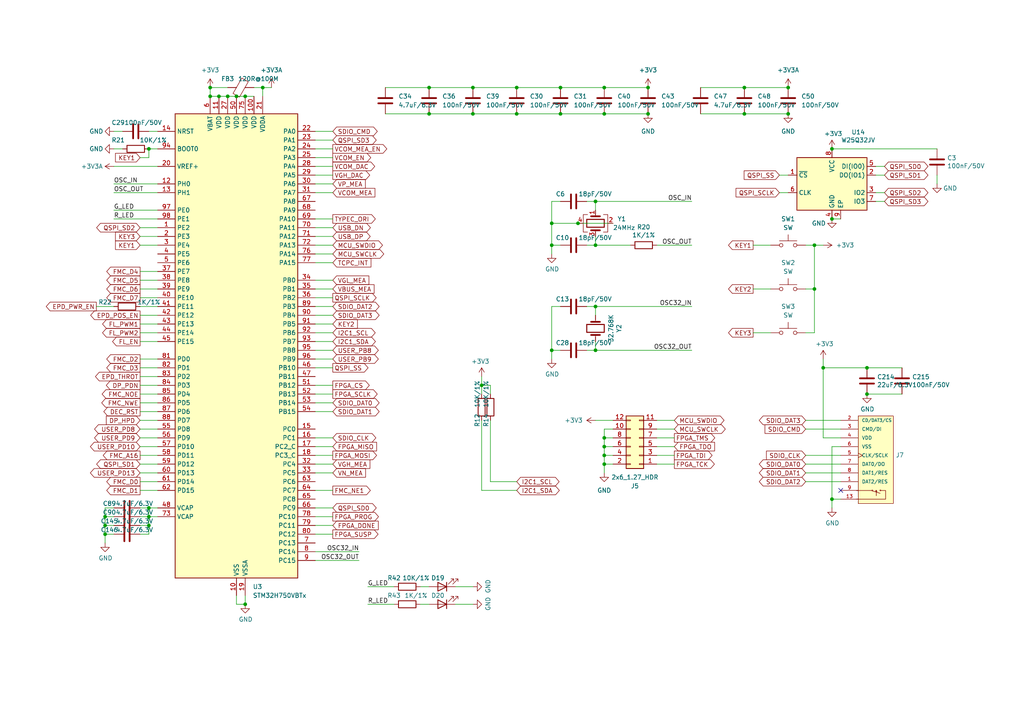
<source format=kicad_sch>
(kicad_sch (version 20231120) (generator "eeschema") (generator_version "8.0")
  (paper "A4")
  (title_block (title "Glider") (date "2025-06-26") (rev "R1.1") (company "Copyright 2025 Modos Tech Inc"))
  (junction (at 124.46 25.4))
  (junction (at 68.58 27.94))
  (junction (at 63.5 27.94))
  (junction (at 175.26 129.54))
  (junction (at 241.3 63.5))
  (junction (at 251.46 114.3) (diameter 0.9144))
  (junction (at 175.26 134.62))
  (junction (at 167.64 64.77) (diameter 0.9144))
  (junction (at 215.9 25.4))
  (junction (at 238.76 106.68) (diameter 0.9144))
  (junction (at 71.12 175.26))
  (junction (at 215.9 33.02))
  (junction (at 139.7 111.76))
  (junction (at 160.02 64.77) (diameter 0.9144))
  (junction (at 162.56 33.02))
  (junction (at 241.3 144.78) (diameter 0.9144))
  (junction (at 124.46 33.02))
  (junction (at 187.96 25.4))
  (junction (at 175.26 132.08))
  (junction (at 172.72 88.9))
  (junction (at 160.02 71.12) (diameter 0.9144))
  (junction (at 175.26 127))
  (junction (at 71.12 27.94))
  (junction (at 172.72 101.6))
  (junction (at 76.2 25.4))
  (junction (at 43.18 147.32))
  (junction (at 30.48 149.86))
  (junction (at 172.72 71.12) (diameter 0.9144))
  (junction (at 149.86 33.02))
  (junction (at 187.96 33.02))
  (junction (at 30.48 154.94))
  (junction (at 149.86 25.4))
  (junction (at 236.22 83.82))
  (junction (at 60.96 25.4))
  (junction (at 43.18 43.18))
  (junction (at 137.16 25.4))
  (junction (at 175.26 25.4))
  (junction (at 30.48 152.4))
  (junction (at 43.18 152.4))
  (junction (at 251.46 106.68) (diameter 0.9144))
  (junction (at 160.02 101.6) (diameter 0.9144))
  (junction (at 175.26 33.02))
  (junction (at 60.96 27.94))
  (junction (at 228.6 33.02))
  (junction (at 43.18 149.86))
  (junction (at 172.72 58.42) (diameter 0.9144))
  (junction (at 66.04 27.94))
  (junction (at 137.16 33.02))
  (junction (at 162.56 25.4))
  (junction (at 236.22 71.12))
  (junction (at 241.3 43.18))
  (junction (at 228.6 25.4))
  (no_connect (at 243.84 142.24))
  (wire (pts (xy 91.44 149.86) (xy 96.52 149.86)))
  (wire (pts (xy 30.48 152.4) (xy 30.48 154.94)))
  (wire (pts (xy 91.44 43.18) (xy 96.52 43.18)))
  (wire (pts (xy 160.02 101.6) (xy 162.56 101.6)))
  (wire (pts (xy 106.68 175.26) (xy 114.3 175.26)))
  (wire (pts (xy 27.94 88.9) (xy 33.02 88.9)))
  (wire (pts (xy 215.9 33.02) (xy 228.6 33.02)))
  (wire (pts (xy 43.18 149.86) (xy 45.72 149.86)))
  (wire (pts (xy 66.04 27.94) (xy 68.58 27.94)))
  (wire (pts (xy 190.5 124.46) (xy 195.58 124.46)))
  (wire (pts (xy 254 58.42) (xy 256.54 58.42)))
  (wire (pts (xy 60.96 25.4) (xy 66.04 25.4)))
  (wire (pts (xy 40.64 127) (xy 45.72 127)))
  (wire (pts (xy 91.44 106.68) (xy 96.52 106.68)))
  (wire (pts (xy 45.72 96.52) (xy 40.64 96.52)))
  (wire (pts (xy 96.52 81.28) (xy 91.44 81.28)))
  (wire (pts (xy 40.64 154.94) (xy 43.18 154.94)))
  (wire (pts (xy 238.76 127) (xy 238.76 106.68)))
  (wire (pts (xy 111.76 25.4) (xy 124.46 25.4)))
  (wire (pts (xy 45.72 93.98) (xy 40.64 93.98)))
  (wire (pts (xy 238.76 106.68) (xy 251.46 106.68)))
  (wire (pts (xy 91.44 76.2) (xy 96.52 76.2)))
  (wire (pts (xy 96.52 137.16) (xy 91.44 137.16)))
  (wire (pts (xy 172.72 68.58) (xy 172.72 71.12)))
  (wire (pts (xy 106.68 170.18) (xy 114.3 170.18)))
  (wire (pts (xy 40.64 106.68) (xy 45.72 106.68)))
  (wire (pts (xy 40.64 91.44) (xy 45.72 91.44)))
  (wire (pts (xy 177.8 124.46) (xy 175.26 124.46)))
  (wire (pts (xy 71.12 27.94) (xy 73.66 27.94)))
  (wire (pts (xy 33.02 53.34) (xy 45.72 53.34)))
  (wire (pts (xy 91.44 88.9) (xy 96.52 88.9)))
  (wire (pts (xy 233.68 96.52) (xy 236.22 96.52)))
  (wire (pts (xy 137.16 33.02) (xy 149.86 33.02)))
  (wire (pts (xy 91.44 129.54) (xy 96.52 129.54)))
  (wire (pts (xy 233.68 132.08) (xy 243.84 132.08)))
  (wire (pts (xy 172.72 58.42) (xy 200.66 58.42)))
  (wire (pts (xy 43.18 149.86) (xy 43.18 147.32)))
  (wire (pts (xy 190.5 121.92) (xy 195.58 121.92)))
  (wire (pts (xy 233.68 83.82) (xy 236.22 83.82)))
  (wire (pts (xy 139.7 109.22) (xy 139.7 111.76)))
  (wire (pts (xy 91.44 45.72) (xy 96.52 45.72)))
  (wire (pts (xy 160.02 88.9) (xy 160.02 101.6)))
  (wire (pts (xy 160.02 71.12) (xy 160.02 73.66)))
  (wire (pts (xy 91.44 147.32) (xy 96.52 147.32)))
  (wire (pts (xy 175.26 127) (xy 177.8 127)))
  (wire (pts (xy 203.2 33.02) (xy 215.9 33.02)))
  (wire (pts (xy 162.56 88.9) (xy 160.02 88.9)))
  (wire (pts (xy 40.64 152.4) (xy 43.18 152.4)))
  (wire (pts (xy 172.72 88.9) (xy 200.66 88.9)))
  (wire (pts (xy 33.02 38.1) (xy 35.56 38.1)))
  (wire (pts (xy 40.64 88.9) (xy 45.72 88.9)))
  (wire (pts (xy 124.46 33.02) (xy 137.16 33.02)))
  (wire (pts (xy 91.44 66.04) (xy 96.52 66.04)))
  (wire (pts (xy 30.48 149.86) (xy 30.48 152.4)))
  (wire (pts (xy 111.76 33.02) (xy 124.46 33.02)))
  (wire (pts (xy 132.08 175.26) (xy 137.16 175.26)))
  (wire (pts (xy 91.44 73.66) (xy 96.52 73.66)))
  (wire (pts (xy 91.44 132.08) (xy 96.52 132.08)))
  (wire (pts (xy 233.68 121.92) (xy 243.84 121.92)))
  (wire (pts (xy 60.96 27.94) (xy 63.5 27.94)))
  (wire (pts (xy 91.44 104.14) (xy 96.52 104.14)))
  (wire (pts (xy 43.18 152.4) (xy 43.18 149.86)))
  (wire (pts (xy 160.02 71.12) (xy 162.56 71.12)))
  (wire (pts (xy 91.44 48.26) (xy 96.52 48.26)))
  (wire (pts (xy 91.44 154.94) (xy 96.52 154.94)))
  (wire (pts (xy 40.64 86.36) (xy 45.72 86.36)))
  (wire (pts (xy 40.64 129.54) (xy 45.72 129.54)))
  (wire (pts (xy 195.58 134.62) (xy 190.5 134.62)))
  (wire (pts (xy 40.64 114.3) (xy 45.72 114.3)))
  (wire (pts (xy 218.44 71.12) (xy 223.52 71.12)))
  (wire (pts (xy 91.44 127) (xy 96.52 127)))
  (wire (pts (xy 233.68 139.7) (xy 243.84 139.7)))
  (wire (pts (xy 241.3 144.78) (xy 241.3 147.32)))
  (wire (pts (xy 91.44 63.5) (xy 96.52 63.5)))
  (wire (pts (xy 40.64 132.08) (xy 45.72 132.08)))
  (wire (pts (xy 43.18 43.18) (xy 45.72 43.18)))
  (wire (pts (xy 43.18 45.72) (xy 43.18 43.18)))
  (wire (pts (xy 218.44 83.82) (xy 223.52 83.82)))
  (wire (pts (xy 40.64 149.86) (xy 43.18 149.86)))
  (wire (pts (xy 215.9 25.4) (xy 228.6 25.4)))
  (wire (pts (xy 33.02 60.96) (xy 45.72 60.96)))
  (wire (pts (xy 162.56 58.42) (xy 160.02 58.42)))
  (wire (pts (xy 243.84 144.78) (xy 241.3 144.78)))
  (wire (pts (xy 236.22 71.12) (xy 238.76 71.12)))
  (wire (pts (xy 241.3 63.5) (xy 243.84 63.5)))
  (wire (pts (xy 91.44 68.58) (xy 96.52 68.58)))
  (wire (pts (xy 190.5 71.12) (xy 200.66 71.12)))
  (wire (pts (xy 271.78 50.8) (xy 271.78 53.34)))
  (wire (pts (xy 40.64 124.46) (xy 45.72 124.46)))
  (wire (pts (xy 91.44 99.06) (xy 96.52 99.06)))
  (wire (pts (xy 233.68 134.62) (xy 243.84 134.62)))
  (wire (pts (xy 96.52 83.82) (xy 91.44 83.82)))
  (wire (pts (xy 149.86 25.4) (xy 162.56 25.4)))
  (wire (pts (xy 60.96 25.4) (xy 60.96 27.94)))
  (wire (pts (xy 175.26 25.4) (xy 187.96 25.4)))
  (wire (pts (xy 43.18 154.94) (xy 43.18 152.4)))
  (wire (pts (xy 132.08 170.18) (xy 137.16 170.18)))
  (wire (pts (xy 91.44 162.56) (xy 104.14 162.56)))
  (wire (pts (xy 172.72 99.06) (xy 172.72 101.6)))
  (wire (pts (xy 172.72 88.9) (xy 172.72 91.44)))
  (wire (pts (xy 175.26 134.62) (xy 175.26 137.16)))
  (wire (pts (xy 30.48 147.32) (xy 30.48 149.86)))
  (wire (pts (xy 142.24 121.92) (xy 142.24 139.7)))
  (wire (pts (xy 40.64 104.14) (xy 45.72 104.14)))
  (wire (pts (xy 236.22 71.12) (xy 236.22 83.82)))
  (wire (pts (xy 121.92 175.26) (xy 124.46 175.26)))
  (wire (pts (xy 238.76 127) (xy 243.84 127)))
  (wire (pts (xy 233.68 124.46) (xy 243.84 124.46)))
  (wire (pts (xy 40.64 147.32) (xy 43.18 147.32)))
  (wire (pts (xy 91.44 86.36) (xy 96.52 86.36)))
  (wire (pts (xy 241.3 43.18) (xy 271.78 43.18)))
  (wire (pts (xy 139.7 111.76) (xy 142.24 111.76)))
  (wire (pts (xy 96.52 53.34) (xy 91.44 53.34)))
  (wire (pts (xy 45.72 99.06) (xy 40.64 99.06)))
  (wire (pts (xy 195.58 129.54) (xy 190.5 129.54)))
  (wire (pts (xy 195.58 127) (xy 190.5 127)))
  (wire (pts (xy 96.52 55.88) (xy 91.44 55.88)))
  (wire (pts (xy 40.64 137.16) (xy 45.72 137.16)))
  (wire (pts (xy 172.72 60.96) (xy 172.72 58.42)))
  (wire (pts (xy 91.44 119.38) (xy 96.52 119.38)))
  (wire (pts (xy 160.02 64.77) (xy 160.02 71.12)))
  (wire (pts (xy 177.8 64.77) (xy 167.64 64.77)))
  (wire (pts (xy 172.72 71.12) (xy 170.18 71.12)))
  (wire (pts (xy 91.44 114.3) (xy 96.52 114.3)))
  (wire (pts (xy 96.52 142.24) (xy 91.44 142.24)))
  (wire (pts (xy 160.02 64.77) (xy 167.64 64.77)))
  (wire (pts (xy 40.64 66.04) (xy 45.72 66.04)))
  (wire (pts (xy 182.88 71.12) (xy 172.72 71.12)))
  (wire (pts (xy 40.64 71.12) (xy 45.72 71.12)))
  (wire (pts (xy 91.44 96.52) (xy 96.52 96.52)))
  (wire (pts (xy 40.64 134.62) (xy 45.72 134.62)))
  (wire (pts (xy 73.66 25.4) (xy 76.2 25.4)))
  (wire (pts (xy 91.44 50.8) (xy 96.52 50.8)))
  (wire (pts (xy 226.06 55.88) (xy 228.6 55.88)))
  (wire (pts (xy 40.64 83.82) (xy 45.72 83.82)))
  (wire (pts (xy 33.02 147.32) (xy 30.48 147.32)))
  (wire (pts (xy 254 55.88) (xy 256.54 55.88)))
  (wire (pts (xy 45.72 119.38) (xy 40.64 119.38)))
  (wire (pts (xy 45.72 121.92) (xy 40.64 121.92)))
  (wire (pts (xy 40.64 78.74) (xy 45.72 78.74)))
  (wire (pts (xy 40.64 142.24) (xy 45.72 142.24)))
  (wire (pts (xy 68.58 172.72) (xy 68.58 175.26)))
  (wire (pts (xy 63.5 27.94) (xy 66.04 27.94)))
  (wire (pts (xy 218.44 96.52) (xy 223.52 96.52)))
  (wire (pts (xy 172.72 101.6) (xy 200.66 101.6)))
  (wire (pts (xy 91.44 40.64) (xy 96.52 40.64)))
  (wire (pts (xy 40.64 139.7) (xy 45.72 139.7)))
  (wire (pts (xy 91.44 71.12) (xy 96.52 71.12)))
  (wire (pts (xy 142.24 111.76) (xy 142.24 114.3)))
  (wire (pts (xy 243.84 129.54) (xy 241.3 129.54)))
  (wire (pts (xy 33.02 63.5) (xy 45.72 63.5)))
  (wire (pts (xy 149.86 33.02) (xy 162.56 33.02)))
  (wire (pts (xy 160.02 101.6) (xy 160.02 104.14)))
  (wire (pts (xy 71.12 172.72) (xy 71.12 175.26)))
  (wire (pts (xy 142.24 139.7) (xy 149.86 139.7)))
  (wire (pts (xy 40.64 81.28) (xy 45.72 81.28)))
  (wire (pts (xy 254 48.26) (xy 256.54 48.26)))
  (wire (pts (xy 261.62 106.68) (xy 251.46 106.68)))
  (wire (pts (xy 45.72 111.76) (xy 40.64 111.76)))
  (wire (pts (xy 121.92 170.18) (xy 124.46 170.18)))
  (wire (pts (xy 43.18 147.32) (xy 45.72 147.32)))
  (wire (pts (xy 76.2 25.4) (xy 78.74 25.4)))
  (wire (pts (xy 40.64 116.84) (xy 45.72 116.84)))
  (wire (pts (xy 40.64 109.22) (xy 45.72 109.22)))
  (wire (pts (xy 241.3 129.54) (xy 241.3 144.78)))
  (wire (pts (xy 33.02 55.88) (xy 45.72 55.88)))
  (wire (pts (xy 91.44 101.6) (xy 96.52 101.6)))
  (wire (pts (xy 30.48 154.94) (xy 30.48 157.48)))
  (wire (pts (xy 96.52 134.62) (xy 91.44 134.62)))
  (wire (pts (xy 203.2 25.4) (xy 215.9 25.4)))
  (wire (pts (xy 238.76 104.14) (xy 238.76 106.68)))
  (wire (pts (xy 233.68 71.12) (xy 236.22 71.12)))
  (wire (pts (xy 40.64 45.72) (xy 43.18 45.72)))
  (wire (pts (xy 175.26 132.08) (xy 177.8 132.08)))
  (wire (pts (xy 30.48 149.86) (xy 33.02 149.86)))
  (wire (pts (xy 170.18 88.9) (xy 172.72 88.9)))
  (wire (pts (xy 175.26 124.46) (xy 175.26 127)))
  (wire (pts (xy 91.44 91.44) (xy 96.52 91.44)))
  (wire (pts (xy 33.02 43.18) (xy 35.56 43.18)))
  (wire (pts (xy 175.26 127) (xy 175.26 129.54)))
  (wire (pts (xy 139.7 142.24) (xy 149.86 142.24)))
  (wire (pts (xy 236.22 83.82) (xy 236.22 96.52)))
  (wire (pts (xy 68.58 175.26) (xy 71.12 175.26)))
  (wire (pts (xy 160.02 58.42) (xy 160.02 64.77)))
  (wire (pts (xy 254 50.8) (xy 256.54 50.8)))
  (wire (pts (xy 170.18 101.6) (xy 172.72 101.6)))
  (wire (pts (xy 30.48 154.94) (xy 33.02 154.94)))
  (wire (pts (xy 175.26 33.02) (xy 187.96 33.02)))
  (wire (pts (xy 40.64 68.58) (xy 45.72 68.58)))
  (wire (pts (xy 91.44 116.84) (xy 96.52 116.84)))
  (wire (pts (xy 76.2 25.4) (xy 76.2 27.94)))
  (wire (pts (xy 91.44 152.4) (xy 96.52 152.4)))
  (wire (pts (xy 175.26 129.54) (xy 175.26 132.08)))
  (wire (pts (xy 162.56 25.4) (xy 175.26 25.4)))
  (wire (pts (xy 91.44 111.76) (xy 96.52 111.76)))
  (wire (pts (xy 195.58 132.08) (xy 190.5 132.08)))
  (wire (pts (xy 91.44 38.1) (xy 96.52 38.1)))
  (wire (pts (xy 91.44 160.02) (xy 104.14 160.02)))
  (wire (pts (xy 139.7 121.92) (xy 139.7 142.24)))
  (wire (pts (xy 175.26 132.08) (xy 175.26 134.62)))
  (wire (pts (xy 170.18 58.42) (xy 172.72 58.42)))
  (wire (pts (xy 226.06 50.8) (xy 228.6 50.8)))
  (wire (pts (xy 91.44 93.98) (xy 96.52 93.98)))
  (wire (pts (xy 175.26 129.54) (xy 177.8 129.54)))
  (wire (pts (xy 68.58 27.94) (xy 71.12 27.94)))
  (wire (pts (xy 33.02 48.26) (xy 45.72 48.26)))
  (wire (pts (xy 261.62 114.3) (xy 251.46 114.3)))
  (wire (pts (xy 124.46 25.4) (xy 137.16 25.4)))
  (wire (pts (xy 43.18 38.1) (xy 45.72 38.1)))
  (wire (pts (xy 139.7 111.76) (xy 139.7 114.3)))
  (wire (pts (xy 30.48 152.4) (xy 33.02 152.4)))
  (wire (pts (xy 233.68 137.16) (xy 243.84 137.16)))
  (wire (pts (xy 175.26 134.62) (xy 177.8 134.62)))
  (wire (pts (xy 172.72 121.92) (xy 177.8 121.92)))
  (wire (pts (xy 162.56 33.02) (xy 175.26 33.02)))
  (wire (pts (xy 137.16 25.4) (xy 149.86 25.4)))
  (label "G_LED" (at 33.02 60.96 0))
  (label "G_LED" (at 106.68 170.18 0))
  (label "OSC_IN" (at 33.02 53.34 0))
  (label "OSC_IN" (at 200.66 58.42 180))
  (label "OSC_OUT" (at 200.66 71.12 180))
  (label "OSC32_OUT" (at 104.14 162.56 180))
  (label "OSC32_IN" (at 200.66 88.9 180))
  (label "OSC32_IN" (at 104.14 160.02 180))
  (label "OSC32_OUT" (at 200.66 101.6 180))
  (label "R_LED" (at 33.02 63.5 0))
  (label "R_LED" (at 106.68 175.26 0))
  (label "OSC_OUT" (at 33.02 55.88 0))
  (global_label "USER_PD8" (shape bidirectional) (at 40.64 124.46 180) (property "Intersheetrefs" "${INTERSHEET_REFS}" (effects (hide yes))))
  (global_label "SDIO_DAT0" (shape bidirectional) (at 96.52 116.84 0) (property "Intersheetrefs" "${INTERSHEET_REFS}" (effects (hide yes))))
  (global_label "QSPI_SD0" (shape bidirectional) (at 96.52 147.32 0) (property "Intersheetrefs" "${INTERSHEET_REFS}" (effects (hide yes))))
  (global_label "DP_PDN" (shape output) (at 40.64 111.76 180) (property "Intersheetrefs" "${INTERSHEET_REFS}" (effects (hide yes))))
  (global_label "QSPI_SD2" (shape bidirectional) (at 40.64 66.04 180) (property "Intersheetrefs" "${INTERSHEET_REFS}" (effects (hide yes))))
  (global_label "SDIO_CLK" (shape bidirectional) (at 96.52 127 0) (property "Intersheetrefs" "${INTERSHEET_REFS}" (effects (hide yes))))
  (global_label "USB_DN" (shape bidirectional) (at 96.52 66.04 0) (property "Intersheetrefs" "${INTERSHEET_REFS}" (effects (hide yes))))
  (global_label "SDIO_DAT1" (shape bidirectional) (at 233.68 137.16 180) (property "Intersheetrefs" "${INTERSHEET_REFS}" (effects (hide yes))))
  (global_label "FMC_NWE" (shape output) (at 40.64 116.84 180) (property "Intersheetrefs" "${INTERSHEET_REFS}" (effects (hide yes))))
  (global_label "QSPI_SD3" (shape bidirectional) (at 96.52 40.64 0) (property "Intersheetrefs" "${INTERSHEET_REFS}" (effects (hide yes))))
  (global_label "I2C1_SCL" (shape bidirectional) (at 96.52 96.52 0) (property "Intersheetrefs" "${INTERSHEET_REFS}" (effects (hide yes))))
  (global_label "FL_EN" (shape output) (at 40.64 99.06 180) (property "Intersheetrefs" "${INTERSHEET_REFS}" (effects (hide yes))))
  (global_label "FPGA_SUSP" (shape output) (at 96.52 154.94 0) (property "Intersheetrefs" "${INTERSHEET_REFS}" (effects (hide yes))))
  (global_label "FPGA_SCLK" (shape output) (at 96.52 114.3 0) (property "Intersheetrefs" "${INTERSHEET_REFS}" (effects (hide yes))))
  (global_label "MCU_SWDIO" (shape bidirectional) (at 195.58 121.92 0) (property "Intersheetrefs" "${INTERSHEET_REFS}" (effects (hide yes))))
  (global_label "FPGA_MISO" (shape input) (at 96.52 129.54 0) (property "Intersheetrefs" "${INTERSHEET_REFS}" (effects (hide yes))))
  (global_label "FPGA_TMS" (shape output) (at 195.58 127 0) (property "Intersheetrefs" "${INTERSHEET_REFS}" (effects (hide yes))))
  (global_label "FL_PWM2" (shape output) (at 40.64 96.52 180) (property "Intersheetrefs" "${INTERSHEET_REFS}" (effects (hide yes))))
  (global_label "VGH_MEA" (shape input) (at 96.52 134.62 0) (property "Intersheetrefs" "${INTERSHEET_REFS}" (effects (hide yes))))
  (global_label "TCPC_INT" (shape input) (at 96.52 76.2 0) (property "Intersheetrefs" "${INTERSHEET_REFS}" (effects (hide yes))))
  (global_label "MCU_SWCLK" (shape bidirectional) (at 195.58 124.46 0) (property "Intersheetrefs" "${INTERSHEET_REFS}" (effects (hide yes))))
  (global_label "EPD_THROT" (shape output) (at 40.64 109.22 180) (property "Intersheetrefs" "${INTERSHEET_REFS}" (effects (hide yes))))
  (global_label "KEY1" (shape input) (at 40.64 71.12 180) (property "Intersheetrefs" "${INTERSHEET_REFS}" (effects (hide yes))))
  (global_label "QSPI_SD3" (shape bidirectional) (at 256.54 58.42 0) (property "Intersheetrefs" "${INTERSHEET_REFS}" (effects (hide yes))))
  (global_label "FPGA_TCK" (shape output) (at 195.58 134.62 0) (property "Intersheetrefs" "${INTERSHEET_REFS}" (effects (hide yes))))
  (global_label "QSPI_SD2" (shape bidirectional) (at 256.54 55.88 0) (property "Intersheetrefs" "${INTERSHEET_REFS}" (effects (hide yes))))
  (global_label "USB_DP" (shape bidirectional) (at 96.52 68.58 0) (property "Intersheetrefs" "${INTERSHEET_REFS}" (effects (hide yes))))
  (global_label "FMC_D0" (shape output) (at 40.64 139.7 180) (property "Intersheetrefs" "${INTERSHEET_REFS}" (effects (hide yes))))
  (global_label "MCU_SWDIO" (shape bidirectional) (at 96.52 71.12 0) (property "Intersheetrefs" "${INTERSHEET_REFS}" (effects (hide yes))))
  (global_label "FMC_D2" (shape output) (at 40.64 104.14 180) (property "Intersheetrefs" "${INTERSHEET_REFS}" (effects (hide yes))))
  (global_label "SDIO_DAT3" (shape bidirectional) (at 233.68 121.92 180) (property "Intersheetrefs" "${INTERSHEET_REFS}" (effects (hide yes))))
  (global_label "QSPI_SS" (shape output) (at 96.52 106.68 0) (property "Intersheetrefs" "${INTERSHEET_REFS}" (effects (hide yes))))
  (global_label "SDIO_DAT2" (shape bidirectional) (at 233.68 139.7 180) (property "Intersheetrefs" "${INTERSHEET_REFS}" (effects (hide yes))))
  (global_label "VGH_DAC" (shape output) (at 96.52 50.8 0) (property "Intersheetrefs" "${INTERSHEET_REFS}" (effects (hide yes))))
  (global_label "SDIO_CLK" (shape input) (at 233.68 132.08 180) (property "Intersheetrefs" "${INTERSHEET_REFS}" (effects (hide yes))))
  (global_label "SDIO_DAT2" (shape bidirectional) (at 96.52 88.9 0) (property "Intersheetrefs" "${INTERSHEET_REFS}" (effects (hide yes))))
  (global_label "EPD_PWR_EN" (shape output) (at 27.94 88.9 180) (property "Intersheetrefs" "${INTERSHEET_REFS}" (effects (hide yes))))
  (global_label "DEC_RST" (shape output) (at 40.64 119.38 180) (property "Intersheetrefs" "${INTERSHEET_REFS}" (effects (hide yes))))
  (global_label "KEY1" (shape input) (at 40.64 45.72 180) (property "Intersheetrefs" "${INTERSHEET_REFS}" (effects (hide yes))))
  (global_label "FMC_NE1" (shape output) (at 96.52 142.24 0) (property "Intersheetrefs" "${INTERSHEET_REFS}" (effects (hide yes))))
  (global_label "QSPI_SS" (shape input) (at 226.06 50.8 180) (property "Intersheetrefs" "${INTERSHEET_REFS}" (effects (hide yes))))
  (global_label "VBUS_MEA" (shape input) (at 96.52 83.82 0) (property "Intersheetrefs" "${INTERSHEET_REFS}" (effects (hide yes))))
  (global_label "SDIO_DAT3" (shape bidirectional) (at 96.52 91.44 0) (property "Intersheetrefs" "${INTERSHEET_REFS}" (effects (hide yes))))
  (global_label "FMC_D5" (shape output) (at 40.64 81.28 180) (property "Intersheetrefs" "${INTERSHEET_REFS}" (effects (hide yes))))
  (global_label "KEY3" (shape output) (at 218.44 96.52 180) (property "Intersheetrefs" "${INTERSHEET_REFS}" (effects (hide yes))))
  (global_label "VGL_MEA" (shape input) (at 96.52 81.28 0) (property "Intersheetrefs" "${INTERSHEET_REFS}" (effects (hide yes))))
  (global_label "USER_PD10" (shape bidirectional) (at 40.64 129.54 180) (property "Intersheetrefs" "${INTERSHEET_REFS}" (effects (hide yes))))
  (global_label "FMC_D3" (shape output) (at 40.64 106.68 180) (property "Intersheetrefs" "${INTERSHEET_REFS}" (effects (hide yes))))
  (global_label "SDIO_DAT0" (shape bidirectional) (at 233.68 134.62 180) (property "Intersheetrefs" "${INTERSHEET_REFS}" (effects (hide yes))))
  (global_label "KEY2" (shape input) (at 96.52 93.98 0) (property "Intersheetrefs" "${INTERSHEET_REFS}" (effects (hide yes))))
  (global_label "FMC_D4" (shape output) (at 40.64 78.74 180) (property "Intersheetrefs" "${INTERSHEET_REFS}" (effects (hide yes))))
  (global_label "SDIO_CMD" (shape input) (at 233.68 124.46 180) (property "Intersheetrefs" "${INTERSHEET_REFS}" (effects (hide yes))))
  (global_label "SDIO_CMD" (shape bidirectional) (at 96.52 38.1 0) (property "Intersheetrefs" "${INTERSHEET_REFS}" (effects (hide yes))))
  (global_label "USER_PB9" (shape bidirectional) (at 96.52 104.14 0) (property "Intersheetrefs" "${INTERSHEET_REFS}" (effects (hide yes))))
  (global_label "FPGA_TDI" (shape output) (at 195.58 132.08 0) (property "Intersheetrefs" "${INTERSHEET_REFS}" (effects (hide yes))))
  (global_label "I2C1_SDA" (shape bidirectional) (at 149.86 142.24 0) (property "Intersheetrefs" "${INTERSHEET_REFS}" (effects (hide yes))))
  (global_label "MCU_SWCLK" (shape bidirectional) (at 96.52 73.66 0) (property "Intersheetrefs" "${INTERSHEET_REFS}" (effects (hide yes))))
  (global_label "TYPEC_ORI" (shape output) (at 96.52 63.5 0) (property "Intersheetrefs" "${INTERSHEET_REFS}" (effects (hide yes))))
  (global_label "FPGA_DONE" (shape input) (at 96.52 152.4 0) (property "Intersheetrefs" "${INTERSHEET_REFS}" (effects (hide yes))))
  (global_label "EPD_POS_EN" (shape output) (at 40.64 91.44 180) (property "Intersheetrefs" "${INTERSHEET_REFS}" (effects (hide yes))))
  (global_label "QSPI_SD1" (shape bidirectional) (at 40.64 134.62 180) (property "Intersheetrefs" "${INTERSHEET_REFS}" (effects (hide yes))))
  (global_label "VCOM_DAC" (shape output) (at 96.52 48.26 0) (property "Intersheetrefs" "${INTERSHEET_REFS}" (effects (hide yes))))
  (global_label "I2C1_SCL" (shape bidirectional) (at 149.86 139.7 0) (property "Intersheetrefs" "${INTERSHEET_REFS}" (effects (hide yes))))
  (global_label "VCOM_MEA" (shape input) (at 96.52 55.88 0) (property "Intersheetrefs" "${INTERSHEET_REFS}" (effects (hide yes))))
  (global_label "USER_PD13" (shape bidirectional) (at 40.64 137.16 180) (property "Intersheetrefs" "${INTERSHEET_REFS}" (effects (hide yes))))
  (global_label "FPGA_MOSI" (shape output) (at 96.52 132.08 0) (property "Intersheetrefs" "${INTERSHEET_REFS}" (effects (hide yes))))
  (global_label "SDIO_DAT1" (shape bidirectional) (at 96.52 119.38 0) (property "Intersheetrefs" "${INTERSHEET_REFS}" (effects (hide yes))))
  (global_label "KEY1" (shape output) (at 218.44 71.12 180) (property "Intersheetrefs" "${INTERSHEET_REFS}" (effects (hide yes))))
  (global_label "KEY3" (shape input) (at 40.64 68.58 180) (property "Intersheetrefs" "${INTERSHEET_REFS}" (effects (hide yes))))
  (global_label "QSPI_SCLK" (shape input) (at 226.06 55.88 180) (property "Intersheetrefs" "${INTERSHEET_REFS}" (effects (hide yes))))
  (global_label "FPGA_PROG" (shape output) (at 96.52 149.86 0) (property "Intersheetrefs" "${INTERSHEET_REFS}" (effects (hide yes))))
  (global_label "USER_PD9" (shape bidirectional) (at 40.64 127 180) (property "Intersheetrefs" "${INTERSHEET_REFS}" (effects (hide yes))))
  (global_label "FMC_A16" (shape output) (at 40.64 132.08 180) (property "Intersheetrefs" "${INTERSHEET_REFS}" (effects (hide yes))))
  (global_label "VP_MEA" (shape input) (at 96.52 53.34 0) (property "Intersheetrefs" "${INTERSHEET_REFS}" (effects (hide yes))))
  (global_label "FMC_D7" (shape output) (at 40.64 86.36 180) (property "Intersheetrefs" "${INTERSHEET_REFS}" (effects (hide yes))))
  (global_label "VCOM_EN" (shape output) (at 96.52 45.72 0) (property "Intersheetrefs" "${INTERSHEET_REFS}" (effects (hide yes))))
  (global_label "VN_MEA" (shape input) (at 96.52 137.16 0) (property "Intersheetrefs" "${INTERSHEET_REFS}" (effects (hide yes))))
  (global_label "FPGA_CS" (shape output) (at 96.52 111.76 0) (property "Intersheetrefs" "${INTERSHEET_REFS}" (effects (hide yes))))
  (global_label "DP_HPD" (shape input) (at 40.64 121.92 180) (property "Intersheetrefs" "${INTERSHEET_REFS}" (effects (hide yes))))
  (global_label "FPGA_TDO" (shape input) (at 195.58 129.54 0) (property "Intersheetrefs" "${INTERSHEET_REFS}" (effects (hide yes))))
  (global_label "QSPI_SD1" (shape bidirectional) (at 256.54 50.8 0) (property "Intersheetrefs" "${INTERSHEET_REFS}" (effects (hide yes))))
  (global_label "FMC_D6" (shape output) (at 40.64 83.82 180) (property "Intersheetrefs" "${INTERSHEET_REFS}" (effects (hide yes))))
  (global_label "FMC_NOE" (shape output) (at 40.64 114.3 180) (property "Intersheetrefs" "${INTERSHEET_REFS}" (effects (hide yes))))
  (global_label "USER_PB8" (shape bidirectional) (at 96.52 101.6 0) (property "Intersheetrefs" "${INTERSHEET_REFS}" (effects (hide yes))))
  (global_label "KEY2" (shape output) (at 218.44 83.82 180) (property "Intersheetrefs" "${INTERSHEET_REFS}" (effects (hide yes))))
  (global_label "I2C1_SDA" (shape bidirectional) (at 96.52 99.06 0) (property "Intersheetrefs" "${INTERSHEET_REFS}" (effects (hide yes))))
  (global_label "QSPI_SD0" (shape bidirectional) (at 256.54 48.26 0) (property "Intersheetrefs" "${INTERSHEET_REFS}" (effects (hide yes))))
  (global_label "FMC_D1" (shape output) (at 40.64 142.24 180) (property "Intersheetrefs" "${INTERSHEET_REFS}" (effects (hide yes))))
  (global_label "VCOM_MEA_EN" (shape output) (at 96.52 43.18 0) (property "Intersheetrefs" "${INTERSHEET_REFS}" (effects (hide yes))))
  (global_label "QSPI_SCLK" (shape output) (at 96.52 86.36 0) (property "Intersheetrefs" "${INTERSHEET_REFS}" (effects (hide yes))))
  (global_label "FL_PWM1" (shape output) (at 40.64 93.98 180) (property "Intersheetrefs" "${INTERSHEET_REFS}" (effects (hide yes))))
  (symbol (lib_id "power:+3V3") (at 238.76 71.12 270) (unit 1)
    (property "Reference" "#PWR0114" (effects (hide yes)))
    (property "Value" "+3V3" (at 245.11 71.12 90))
  )
  (symbol (lib_id "Device:LED") (at 128.27 175.26 180) (unit 1)
    (property "Reference" "D20" (at 127 172.72 0))
    (property "Value" "LED RED" (effects (hide yes)))
    (property "Footprint" "LED_SMD:LED_0603_1608Metric" (effects (hide yes)))
    (property "LCSC" "C965799" (effects (hide yes)))
  )
  (symbol (lib_id "Device:C") (at 261.62 110.49 0) (unit 1)
    (property "Reference" "C215" (at 264.541 109.322 0) (effects (justify left)))
    (property "Value" "100nF/50V" (at 264.541 111.633 0) (effects (justify left)))
    (property "Footprint" "Capacitor_SMD:C_0402_1005Metric" (effects (hide yes)))
    (property "LCSC" "C131394" (effects (hide yes)))
  )
  (symbol (lib_id "power:GND") (at 160.02 104.14 0) (unit 1)
    (property "Reference" "#PWR070" (effects (hide yes)))
    (property "Value" "GND" (at 160.147 108.5342 0))
  )
  (symbol (lib_id "Device:R") (at 118.11 175.26 90) (unit 1)
    (property "Reference" "R43" (at 114.3 172.72 90))
    (property "Value" "1K/1%" (at 120.65 172.72 90))
    (property "Footprint" "Resistor_SMD:R_0402_1005Metric" (effects (hide yes)))
    (property "LCSC" "C11702" (effects (hide yes)))
  )
  (symbol (lib_id "power:GND") (at 33.02 43.18 270) (unit 1)
    (property "Reference" "#PWR071" (effects (hide yes)))
    (property "Value" "GND" (at 27.94 43.18 90))
  )
  (symbol (lib_id "Device:C") (at 175.26 29.21 0) (unit 1)
    (property "Reference" "C40" (at 179.07 27.94 0) (effects (justify left)))
    (property "Value" "100nF/50V" (at 179.07 30.48 0) (effects (justify left)))
    (property "Footprint" "Capacitor_SMD:C_0402_1005Metric" (effects (hide yes)))
    (property "Ref.Price" "0.0036" (effects (hide yes)))
    (property "LCSC" "C131394" (effects (hide yes)))
  )
  (symbol (lib_id "Device:C") (at 203.2 29.21 0) (unit 1)
    (property "Reference" "C47" (at 207.01 27.94 0) (effects (justify left)))
    (property "Value" "4.7uF/6.3V" (at 207.01 30.48 0) (effects (justify left)))
    (property "Footprint" "Capacitor_SMD:C_0402_1005Metric" (effects (hide yes)))
    (property "Ref.Price" "0.0036" (effects (hide yes)))
    (property "LCSC" "C307423" (effects (hide yes)))
  )
  (symbol (lib_id "power:GND") (at 271.78 53.34 0) (unit 1)
    (property "Reference" "#PWR053" (effects (hide yes)))
    (property "Value" "GND" (at 275.59 54.61 0))
  )
  (symbol (lib_id "Device:C") (at 162.56 29.21 0) (unit 1)
    (property "Reference" "C31" (at 166.37 27.94 0) (effects (justify left)))
    (property "Value" "100nF/50V" (at 166.37 30.48 0) (effects (justify left)))
    (property "Footprint" "Capacitor_SMD:C_0402_1005Metric" (effects (hide yes)))
    (property "Ref.Price" "0.0036" (effects (hide yes)))
    (property "LCSC" "C131394" (effects (hide yes)))
  )
  (symbol (lib_id "Device:C") (at 166.37 88.9 270) (unit 1)
    (property "Reference" "C13" (at 161.1884 86.741 90) (effects (justify left)))
    (property "Value" "18pF/50V" (at 167.767 86.741 90) (effects (justify left)))
    (property "Footprint" "Capacitor_SMD:C_0402_1005Metric" (effects (hide yes)))
    (property "LCSC" "C106202" (effects (hide yes)))
  )
  (symbol (lib_id "power:GND") (at 71.12 175.26 0) (unit 1)
    (property "Reference" "#PWR0122" (effects (hide yes)))
    (property "Value" "GND" (at 71.247 179.6542 0))
  )
  (symbol (lib_id "symbols:+V") (at 78.74 25.4 0) (unit 1)
    (property "Reference" "#PWR0115" (effects (hide yes)))
    (property "Value" "+3V3A" (at 78.74 20.32 0))
  )
  (symbol (lib_id "symbols:+V") (at 187.96 25.4 0) (unit 1)
    (property "Reference" "#PWR080" (effects (hide yes)))
    (property "Value" "+3V3" (at 187.96 20.32 0))
  )
  (symbol (lib_id "Device:C") (at 228.6 29.21 0) (unit 1)
    (property "Reference" "C50" (at 232.41 27.94 0) (effects (justify left)))
    (property "Value" "100nF/50V" (at 232.41 30.48 0) (effects (justify left)))
    (property "Footprint" "Capacitor_SMD:C_0402_1005Metric" (effects (hide yes)))
    (property "Ref.Price" "0.0036" (effects (hide yes)))
    (property "LCSC" "C131394" (effects (hide yes)))
  )
  (symbol (lib_id "power:+3V3") (at 238.76 104.14 0) (unit 1)
    (property "Reference" "#PWR0111" (effects (hide yes)))
    (property "Value" "+3V3" (at 239.141 99.7458 0))
  )
  (symbol (lib_name "GND_1") (lib_id "power:GND") (at 228.6 33.02 0) (unit 1)
    (property "Reference" "#PWR0102" (effects (hide yes)))
    (property "Value" "GND" (at 228.6 38.1 0))
    (property "Description" "Power symbol creates a global label with name \"GND\" , ground" (effects (hide yes)))
  )
  (symbol (lib_id "Device:C") (at 36.83 152.4 90) (unit 1)
    (property "Reference" "C145" (at 31.75 151.13 90))
    (property "Value" "4.7uF/6.3V" (at 44.45 151.13 90) (effects (justify left)))
    (property "Footprint" "Capacitor_SMD:C_0402_1005Metric" (effects (hide yes)))
    (property "LCSC" "C307423" (effects (hide yes)))
  )
  (symbol (lib_id "Device:Crystal") (at 172.72 95.25 270) (unit 1)
    (property "Reference" "Y2" (at 179.5272 95.25 0))
    (property "Value" "32.768K" (at 177.2158 95.25 0))
    (property "Footprint" "Crystal:Crystal_SMD_TXC_9HT11-2Pin_2.0x1.2mm_HandSoldering" (effects (hide yes)))
    (property "LCSC" "C7500573" (effects (hide yes)))
  )
  (symbol (lib_id "Device:LED") (at 128.27 170.18 180) (unit 1)
    (property "Reference" "D19" (at 127 167.64 0))
    (property "Value" "LED GREEN" (effects (hide yes)))
    (property "Footprint" "LED_SMD:LED_0603_1608Metric" (effects (hide yes)))
    (property "LCSC" "C965804" (effects (hide yes)))
  )
  (symbol (lib_id "Device:R") (at 186.69 71.12 270) (unit 1)
    (property "Reference" "R20" (at 186.69 65.8622 90))
    (property "Value" "1K/1%" (at 186.69 68.1736 90))
    (property "Footprint" "Resistor_SMD:R_0402_1005Metric" (effects (hide yes)))
    (property "LCSC" "C11702" (effects (hide yes)))
  )
  (symbol (lib_id "Device:R") (at 118.11 170.18 90) (unit 1)
    (property "Reference" "R42" (at 114.3 167.64 90))
    (property "Value" "10K/1%" (at 120.65 167.64 90))
    (property "Footprint" "Resistor_SMD:R_0402_1005Metric" (effects (hide yes)))
    (property "LCSC" "C25744" (effects (hide yes)))
  )
  (symbol (lib_id "Device:C") (at 36.83 147.32 90) (unit 1)
    (property "Reference" "C89" (at 31.75 146.05 90))
    (property "Value" "4.7uF/6.3V" (at 44.45 146.05 90) (effects (justify left)))
    (property "Footprint" "Capacitor_SMD:C_0402_1005Metric" (effects (hide yes)))
    (property "LCSC" "C307423" (effects (hide yes)))
  )
  (symbol (lib_id "Device:Crystal_GND24") (at 172.72 64.77 270) (unit 1)
    (property "Reference" "Y1" (at 179.07 63.5 90) (effects (justify left)))
    (property "Value" "24MHz" (at 177.8 66.04 90) (effects (justify left)))
    (property "Footprint" "Crystal:Crystal_SMD_3225-4Pin_3.2x2.5mm" (effects (hide yes)))
    (property "LCSC" "C70590" (effects (hide yes)))
  )
  (symbol (lib_id "Device:C") (at 124.46 29.21 0) (unit 1)
    (property "Reference" "C36" (at 128.27 27.94 0) (effects (justify left)))
    (property "Value" "100nF/50V" (at 128.27 30.48 0) (effects (justify left)))
    (property "Footprint" "Capacitor_SMD:C_0402_1005Metric" (effects (hide yes)))
    (property "Ref.Price" "0.0036" (effects (hide yes)))
    (property "LCSC" "C131394" (effects (hide yes)))
  )
  (symbol (lib_id "Device:C") (at 166.37 58.42 270) (unit 1)
    (property "Reference" "C6" (at 161.1884 56.261 90) (effects (justify left)))
    (property "Value" "18pF/50V" (at 167.767 56.261 90) (effects (justify left)))
    (property "Footprint" "Capacitor_SMD:C_0402_1005Metric" (effects (hide yes)))
    (property "LCSC" "C106202" (effects (hide yes)))
  )
  (symbol (lib_id "power:+3V3") (at 241.3 43.18 0) (unit 1)
    (property "Reference" "#PWR038" (effects (hide yes)))
    (property "Value" "+3V3" (at 241.681 38.7858 0))
  )
  (symbol (lib_id "Device:C") (at 215.9 29.21 0) (unit 1)
    (property "Reference" "C48" (at 219.71 27.94 0) (effects (justify left)))
    (property "Value" "100nF/50V" (at 219.71 30.48 0) (effects (justify left)))
    (property "Footprint" "Capacitor_SMD:C_0402_1005Metric" (effects (hide yes)))
    (property "Ref.Price" "0.0036" (effects (hide yes)))
    (property "LCSC" "C131394" (effects (hide yes)))
  )
  (symbol (lib_id "symbols:+V") (at 228.6 25.4 0) (unit 1)
    (property "Reference" "#PWR0117" (effects (hide yes)))
    (property "Value" "+3V3A" (at 228.6 20.32 0))
  )
  (symbol (lib_id "Device:C") (at 36.83 154.94 90) (unit 1)
    (property "Reference" "C146" (at 31.75 153.67 90))
    (property "Value" "4.7uF/6.3V" (at 44.45 153.67 90) (effects (justify left)))
    (property "Footprint" "Capacitor_SMD:C_0402_1005Metric" (effects (hide yes)))
    (property "LCSC" "C307423" (effects (hide yes)))
  )
  (symbol (lib_id "power:GND") (at 251.46 114.3 0) (unit 1)
    (property "Reference" "#PWR0113" (effects (hide yes)))
    (property "Value" "GND" (at 251.587 118.6942 0))
  )
  (symbol (lib_id "power:GND") (at 30.48 157.48 0) (unit 1)
    (property "Reference" "#PWR0130" (effects (hide yes)))
    (property "Value" "GND" (at 30.607 161.8742 0))
  )
  (symbol (lib_id "Device:C") (at 111.76 29.21 0) (unit 1)
    (property "Reference" "C34" (at 115.57 27.94 0) (effects (justify left)))
    (property "Value" "4.7uF/6.3V" (at 115.57 30.48 0) (effects (justify left)))
    (property "Footprint" "Capacitor_SMD:C_0402_1005Metric" (effects (hide yes)))
    (property "Ref.Price" "0.0036" (effects (hide yes)))
    (property "LCSC" "C307423" (effects (hide yes)))
  )
  (symbol (lib_id "Device:C") (at 166.37 71.12 270) (unit 1)
    (property "Reference" "C10" (at 161.1884 68.961 90) (effects (justify left)))
    (property "Value" "18pF/50V" (at 167.767 68.961 90) (effects (justify left)))
    (property "Footprint" "Capacitor_SMD:C_0402_1005Metric" (effects (hide yes)))
    (property "LCSC" "C106202" (effects (hide yes)))
  )
  (symbol (lib_id "power:GND") (at 33.02 38.1 270) (unit 1)
    (property "Reference" "#PWR073" (effects (hide yes)))
    (property "Value" "GND" (at 27.94 38.1 90))
  )
  (symbol (lib_id "power:GND") (at 241.3 147.32 0) (unit 1)
    (property "Reference" "#PWR0112" (effects (hide yes)))
    (property "Value" "GND" (at 241.427 151.7142 0))
  )
  (symbol (lib_id "Device:C") (at 39.37 38.1 90) (unit 1)
    (property "Reference" "C29" (at 34.29 35.56 90))
    (property "Value" "100nF/50V" (at 46.99 35.56 90) (effects (justify left)))
    (property "Footprint" "Capacitor_SMD:C_0402_1005Metric" (effects (hide yes)))
    (property "LCSC" "C131394" (effects (hide yes)))
  )
  (symbol (lib_id "Switch:SW_Push") (at 228.6 71.12 0) (unit 1)
    (property "Reference" "SW1" (at 228.6 63.5 0))
    (property "Value" "SW" (at 228.6 66.04 0))
    (property "Footprint" "Button_Switch_SMD:Panasonic_EVQPUL_EVQPUC" (effects (hide yes)))
    (property "LCSC" "C79174" (effects (hide yes)))
  )
  (symbol (lib_id "Device:R") (at 36.83 88.9 90) (unit 1)
    (property "Reference" "R22" (at 30.48 87.63 90))
    (property "Value" "1K/1%" (at 43.18 87.63 90))
    (property "Footprint" "Resistor_SMD:R_0402_1005Metric" (effects (hide yes)))
    (property "LCSC" "C11702" (effects (hide yes)))
  )
  (symbol (lib_id "Device:C") (at 166.37 101.6 270) (unit 1)
    (property "Reference" "C28" (at 161.1884 99.441 90) (effects (justify left)))
    (property "Value" "18pF/50V" (at 167.767 99.441 90) (effects (justify left)))
    (property "Footprint" "Capacitor_SMD:C_0402_1005Metric" (effects (hide yes)))
    (property "LCSC" "C106202" (effects (hide yes)))
  )
  (symbol (lib_id "symbols:MICRO_SD(TFC-WPAPR-08)") (at 251.46 134.62 0) (unit 1)
    (property "Reference" "J7" (at 259.791 132.004 0) (effects (justify left)))
    (property "Value" "MICRO_SD(TFC-WPAPR-08)" (effects (hide yes)))
    (property "Footprint" "footprints:TFC-WPAPR-08" (effects (hide yes)))
    (property "LCSC" "C91145" (effects (hide yes)))
  )
  (symbol (lib_name "GND_1") (lib_id "power:GND") (at 187.96 33.02 0) (unit 1)
    (property "Reference" "#PWR087" (effects (hide yes)))
    (property "Value" "GND" (at 187.96 38.1 0))
    (property "Description" "Power symbol creates a global label with name \"GND\" , ground" (effects (hide yes)))
  )
  (symbol (lib_id "Device:C") (at 251.46 110.49 0) (unit 1)
    (property "Reference" "C214" (at 254.381 109.322 0) (effects (justify left)))
    (property "Value" "22uF/6.3V" (at 254.381 111.633 0) (effects (justify left)))
    (property "Footprint" "Capacitor_SMD:C_0603_1608Metric" (effects (hide yes)))
    (property "LCSC" "C59461" (effects (hide yes)))
  )
  (symbol (lib_id "Connector_Generic:Conn_02x06_Odd_Even") (at 185.42 129.54 180) (unit 1)
    (property "Reference" "J5" (at 184.15 140.97 0))
    (property "Value" "2x6_1.27_HDR" (at 184.15 138.43 0))
    (property "Footprint" "Connector_PinSocket_1.27mm:PinSocket_2x06_P1.27mm_Vertical_SMD" (effects (hide yes)))
    (property "Description" "Generic connector, double row, 02x06, odd/even pin numbering scheme (row 1 odd numbers, row 2 even numbers), script generated (kicad-library-utils/schlib/autogen/connector/)" (effects (hide yes)))
    (property "LCSC" "C3975132" (effects (hide yes)))
  )
  (symbol (lib_id "Device:C") (at 187.96 29.21 0) (unit 1)
    (property "Reference" "C43" (at 191.77 27.94 0) (effects (justify left)))
    (property "Value" "100nF/50V" (at 191.77 30.48 0) (effects (justify left)))
    (property "Footprint" "Capacitor_SMD:C_0402_1005Metric" (effects (hide yes)))
    (property "Ref.Price" "0.0036" (effects (hide yes)))
    (property "LCSC" "C131394" (effects (hide yes)))
  )
  (symbol (lib_id "power:GND") (at 175.26 137.16 0) (unit 1)
    (property "Reference" "#PWR069" (effects (hide yes)))
    (property "Value" "GND" (at 175.26 142.24 0))
    (property "Description" "Power symbol creates a global label with name \"GND\" , ground" (effects (hide yes)))
  )
  (symbol (lib_id "Device:C") (at 137.16 29.21 0) (unit 1)
    (property "Reference" "C39" (at 140.97 27.94 0) (effects (justify left)))
    (property "Value" "100nF/50V" (at 140.97 30.48 0) (effects (justify left)))
    (property "Footprint" "Capacitor_SMD:C_0402_1005Metric" (effects (hide yes)))
    (property "Ref.Price" "0.0036" (effects (hide yes)))
    (property "LCSC" "C131394" (effects (hide yes)))
  )
  (symbol (lib_id "power:GND") (at 137.16 170.18 90) (unit 1)
    (property "Reference" "#PWR0134" (effects (hide yes)))
    (property "Value" "GND" (at 141.5542 170.053 0))
  )
  (symbol (lib_id "Device:C") (at 149.86 29.21 0) (unit 1)
    (property "Reference" "C30" (at 153.67 27.94 0) (effects (justify left)))
    (property "Value" "100nF/50V" (at 153.67 30.48 0) (effects (justify left)))
    (property "Footprint" "Capacitor_SMD:C_0402_1005Metric" (effects (hide yes)))
    (property "Ref.Price" "0.0036" (effects (hide yes)))
    (property "LCSC" "C131394" (effects (hide yes)))
  )
  (symbol (lib_id "power:+3V3") (at 60.96 25.4 0) (unit 1)
    (property "Reference" "#PWR074" (effects (hide yes)))
    (property "Value" "+3V3" (at 60.96 20.32 0))
  )
  (symbol (lib_id "Switch:SW_Push") (at 228.6 96.52 0) (unit 1)
    (property "Reference" "SW3" (at 228.6 88.9 0))
    (property "Value" "SW" (at 228.6 91.44 0))
    (property "Footprint" "Button_Switch_SMD:Panasonic_EVQPUL_EVQPUC" (effects (hide yes)))
    (property "LCSC" "C79174" (effects (hide yes)))
  )
  (symbol (lib_id "power:GND") (at 241.3 63.5 0) (unit 1)
    (property "Reference" "#PWR046" (effects (hide yes)))
    (property "Value" "GND" (at 237.49 64.77 0))
  )
  (symbol (lib_id "MCU_ST_STM32H7:STM32H750VBTx") (at 68.58 101.6 0) (unit 1)
    (property "Reference" "U3" (at 73.3141 170.18 0) (effects (justify left)))
    (property "Value" "STM32H750VBTx" (at 73.3141 172.72 0) (effects (justify left)))
    (property "Footprint" "Package_QFP:LQFP-100_14x14mm_P0.5mm" (effects (hide yes)))
    (property "Datasheet" "https://www.st.com/resource/en/datasheet/stm32h750vb.pdf" (effects (hide yes)))
    (property "Description" "STMicroelectronics Arm Cortex-M7 MCU, 128KB flash, 1024KB RAM, 480 MHz, 1.71-3.6V, 82 GPIO, LQFP100" (effects (hide yes)))
    (property "LCSC" "C404010" (effects (hide yes)))
  )
  (symbol (lib_id "Device:R") (at 142.24 118.11 0) (mirror y) (unit 1)
    (property "Reference" "R14" (at 140.97 121.92 90))
    (property "Value" "10K/1%" (at 140.97 114.3 90))
    (property "Footprint" "Resistor_SMD:R_0402_1005Metric" (effects (hide yes)))
    (property "LCSC" "C25744" (effects (hide yes)))
  )
  (symbol (lib_id "power:+3V3") (at 139.7 109.22 0) (mirror y) (unit 1)
    (property "Reference" "#PWR0116" (effects (hide yes)))
    (property "Value" "+3V3" (at 139.319 104.8258 0))
  )
  (symbol (lib_id "Device:FerriteBead") (at 69.85 25.4 90) (unit 1)
    (property "Reference" "FB3" (at 66.04 22.86 90))
    (property "Value" "120R@100M" (at 74.93 22.86 90))
    (property "Footprint" "Inductor_SMD:L_0603_1608Metric" (effects (hide yes)))
    (property "LCSC" "C14709" (effects (hide yes)))
  )
  (symbol (lib_id "power:GND") (at 137.16 175.26 90) (unit 1)
    (property "Reference" "#PWR0247" (effects (hide yes)))
    (property "Value" "GND" (at 141.5542 175.133 0))
  )
  (symbol (lib_id "power:GND") (at 160.02 73.66 0) (unit 1)
    (property "Reference" "#PWR043" (effects (hide yes)))
    (property "Value" "GND" (at 160.147 78.0542 0))
  )
  (symbol (lib_id "Device:C") (at 36.83 149.86 90) (unit 1)
    (property "Reference" "C90" (at 31.75 148.59 90))
    (property "Value" "4.7uF/6.3V" (at 44.45 148.59 90) (effects (justify left)))
    (property "Footprint" "Capacitor_SMD:C_0402_1005Metric" (effects (hide yes)))
    (property "LCSC" "C307423" (effects (hide yes)))
  )
  (symbol (lib_id "Device:C") (at 271.78 46.99 0) (unit 1)
    (property "Reference" "C3" (at 274.701 45.8216 0) (effects (justify left)))
    (property "Value" "100nF/50V" (at 274.701 48.133 0) (effects (justify left)))
    (property "Footprint" "Capacitor_SMD:C_0402_1005Metric" (effects (hide yes)))
    (property "LCSC" "C131394" (effects (hide yes)))
  )
  (symbol (lib_id "power:+3V3") (at 172.72 121.92 90) (unit 1)
    (property "Reference" "#PWR064" (effects (hide yes)))
    (property "Value" "+3V3" (at 166.37 121.92 90))
  )
  (symbol (lib_id "Switch:SW_Push") (at 228.6 83.82 0) (unit 1)
    (property "Reference" "SW2" (at 228.6 76.2 0))
    (property "Value" "SW" (at 228.6 78.74 0))
    (property "Footprint" "Button_Switch_SMD:Panasonic_EVQPUL_EVQPUC" (effects (hide yes)))
    (property "LCSC" "C79174" (effects (hide yes)))
  )
  (symbol (lib_id "Device:R") (at 39.37 43.18 90) (unit 1)
    (property "Reference" "R21" (at 34.29 40.64 90))
    (property "Value" "10K/1%" (at 44.45 40.64 90))
    (property "Footprint" "Resistor_SMD:R_0402_1005Metric" (effects (hide yes)))
    (property "LCSC" "C25744" (effects (hide yes)))
  )
  (symbol (lib_id "Memory_Flash:W25Q32JVZP") (at 241.3 53.34 0) (unit 1)
    (property "Reference" "U14" (at 248.92 38.329 0))
    (property "Value" "W25Q32JV" (at 248.92 40.64 0))
    (property "Footprint" "Package_SON:WSON-8-1EP_6x5mm_P1.27mm_EP3.4x4.3mm" (effects (hide yes)))
    (property "Datasheet" "http://www.winbond.com/resource-files/w25q32jv%20revg%2003272018%20plus.pdf" (effects (hide yes)))
    (property "Ref.Price" "0.9559" (effects (hide yes)))
    (property "LCSC" "C571260" (effects (hide yes)))
  )
  (symbol (lib_id "symbols:+V") (at 33.02 48.26 90) (unit 1)
    (property "Reference" "#PWR0121" (effects (hide yes)))
    (property "Value" "+3V3A" (at 26.67 48.26 90))
  )
  (symbol (lib_id "Device:R") (at 139.7 118.11 0) (mirror y) (unit 1)
    (property "Reference" "R12" (at 138.43 121.92 90))
    (property "Value" "10K/1%" (at 138.43 114.3 90))
    (property "Footprint" "Resistor_SMD:R_0402_1005Metric" (effects (hide yes)))
    (property "LCSC" "C25744" (effects (hide yes)))
  )
)
</source>
